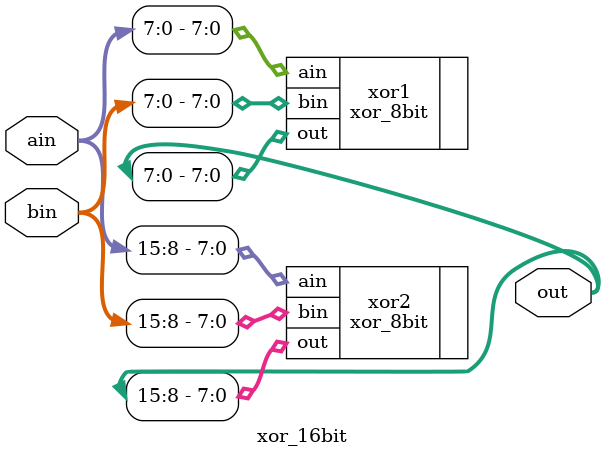
<source format=v>
module xor_16bit (
	output [15:0] out,
	input [15:0] ain,
	input [15:0] bin
);

	xor_8bit xor1 (
		.out(out[7:0]),
		.ain(ain[7:0]),
		.bin(bin[7:0])
	);
	
	xor_8bit xor2 (
		.out(out[15:8]),
		.ain(ain[15:8]),
		.bin(bin[15:8])
	);
	
endmodule
</source>
